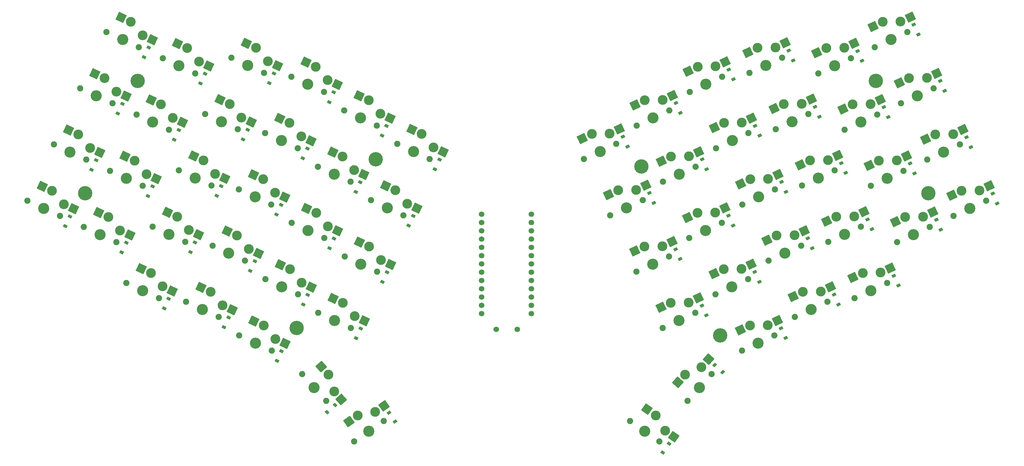
<source format=gbs>
%TF.GenerationSoftware,KiCad,Pcbnew,8.0.7*%
%TF.CreationDate,2024-12-23T04:44:47-05:00*%
%TF.ProjectId,mx,6d782e6b-6963-4616-945f-706362585858,v1.0.0*%
%TF.SameCoordinates,Original*%
%TF.FileFunction,Soldermask,Bot*%
%TF.FilePolarity,Negative*%
%FSLAX46Y46*%
G04 Gerber Fmt 4.6, Leading zero omitted, Abs format (unit mm)*
G04 Created by KiCad (PCBNEW 8.0.7) date 2024-12-23 04:44:47*
%MOMM*%
%LPD*%
G01*
G04 APERTURE LIST*
G04 Aperture macros list*
%AMRotRect*
0 Rectangle, with rotation*
0 The origin of the aperture is its center*
0 $1 length*
0 $2 width*
0 $3 Rotation angle, in degrees counterclockwise*
0 Add horizontal line*
21,1,$1,$2,0,0,$3*%
G04 Aperture macros list end*
%ADD10C,0.700000*%
%ADD11C,4.400000*%
%ADD12C,1.700000*%
%ADD13RotRect,0.900000X1.200000X65.000000*%
%ADD14C,1.900000*%
%ADD15C,3.000000*%
%ADD16C,3.400000*%
%ADD17RotRect,2.600000X2.600000X25.000000*%
%ADD18RotRect,0.900000X1.200000X115.000000*%
%ADD19RotRect,2.600000X2.600000X335.000000*%
%ADD20RotRect,0.900000X1.200000X55.000000*%
%ADD21RotRect,0.900000X1.200000X125.000000*%
%ADD22RotRect,2.600000X2.600000X48.000000*%
%ADD23RotRect,0.900000X1.200000X42.000000*%
%ADD24RotRect,2.600000X2.600000X312.000000*%
%ADD25RotRect,2.600000X2.600000X35.000000*%
%ADD26RotRect,2.600000X2.600000X325.000000*%
%ADD27RotRect,0.900000X1.200000X138.000000*%
G04 APERTURE END LIST*
D10*
X96022972Y-90226875D03*
X95967885Y-91488529D03*
X96954047Y-89373701D03*
X96821059Y-92419604D03*
D11*
X97518380Y-90924196D03*
D10*
X98215701Y-89428788D03*
X98082713Y-92474691D03*
X99068875Y-90359863D03*
X99013788Y-91621517D03*
X250296683Y-117934030D03*
X250241596Y-116672377D03*
X251227759Y-118787204D03*
X251094770Y-115741301D03*
D11*
X251792091Y-117236709D03*
D10*
X252489412Y-118732117D03*
X252356423Y-115686214D03*
X253342586Y-117801041D03*
X253287499Y-116539388D03*
D12*
X218049070Y-131824890D03*
X218049070Y-134364887D03*
X218049071Y-136904891D03*
X218049070Y-139444889D03*
X218049070Y-141984887D03*
X218049071Y-144524889D03*
X218049070Y-147064888D03*
X218049069Y-149604889D03*
X218049070Y-152144891D03*
X218049070Y-154684889D03*
X218049071Y-157224888D03*
X218049070Y-159764891D03*
X218049069Y-162304889D03*
X202809070Y-162304888D03*
X202809070Y-159764891D03*
X202809069Y-157224887D03*
X202809070Y-154684889D03*
X202809070Y-152144891D03*
X202809069Y-149604889D03*
X202809070Y-147064890D03*
X202809071Y-144524889D03*
X202809070Y-141984887D03*
X202809070Y-139444889D03*
X202809069Y-136904890D03*
X202809070Y-134364887D03*
X202809071Y-131824889D03*
D10*
X338206112Y-126151843D03*
X338151025Y-124890190D03*
X339137188Y-127005017D03*
X339004199Y-123959114D03*
D11*
X339701520Y-125454522D03*
D10*
X340398841Y-126949930D03*
X340265852Y-123904027D03*
X341252015Y-126018854D03*
X341196928Y-124757201D03*
X274449323Y-169729518D03*
X274394236Y-168467865D03*
X275380399Y-170582692D03*
X275247410Y-167536789D03*
D11*
X275944731Y-169032197D03*
D10*
X276642052Y-170527605D03*
X276509063Y-167481702D03*
X277495226Y-169596529D03*
X277440139Y-168334876D03*
D12*
X207309072Y-167159890D03*
X213809072Y-167159894D03*
D10*
X144734551Y-166069106D03*
X144679464Y-167330760D03*
X145665626Y-165215932D03*
X145532638Y-168261835D03*
D11*
X146229959Y-166766427D03*
D10*
X146927280Y-165271019D03*
X146794292Y-168316922D03*
X147780454Y-166202094D03*
X147725367Y-167463748D03*
X322104360Y-91621517D03*
X322049273Y-90359864D03*
X323035436Y-92474691D03*
X322902447Y-89428788D03*
D11*
X323599768Y-90924196D03*
D10*
X324297089Y-92419604D03*
X324164100Y-89373701D03*
X325150263Y-91488528D03*
X325095176Y-90226875D03*
X79921216Y-124757204D03*
X79866129Y-126018858D03*
X80852291Y-123904030D03*
X80719303Y-126949933D03*
D11*
X81416624Y-125454525D03*
D10*
X82113945Y-123959117D03*
X81980957Y-127005020D03*
X82967119Y-124890192D03*
X82912032Y-126151846D03*
X168887188Y-114273616D03*
X168832101Y-115535270D03*
X169818263Y-113420442D03*
X169685275Y-116466345D03*
D11*
X170382596Y-114970937D03*
D10*
X171079917Y-113475529D03*
X170946929Y-116521432D03*
X171933091Y-114406604D03*
X171878004Y-115668258D03*
D13*
X172366520Y-107758646D03*
X173761162Y-104767830D03*
D14*
X242200257Y-132219129D03*
D15*
X244670373Y-124502199D03*
D16*
X247184952Y-129894730D03*
D15*
X250131672Y-124382984D03*
D14*
X252169647Y-127570331D03*
D17*
X241702214Y-125886275D03*
X253099832Y-122998910D03*
D14*
X305957048Y-88641452D03*
D15*
X308427164Y-80924522D03*
D16*
X310941743Y-86317053D03*
D15*
X313888463Y-80805307D03*
D14*
X315926438Y-83992654D03*
D17*
X305459005Y-82308598D03*
X316856623Y-79421233D03*
D13*
X113683559Y-143452377D03*
X115078201Y-140461561D03*
D18*
X288010512Y-107712829D03*
X286615870Y-104722013D03*
D14*
X136531264Y-106937027D03*
D15*
X144030535Y-103868899D03*
D16*
X141515956Y-109261430D03*
D15*
X147632313Y-107975865D03*
D14*
X146500648Y-111585833D03*
D19*
X141062377Y-102484824D03*
X150600471Y-109359942D03*
D18*
X344666116Y-93982733D03*
X343271474Y-90991917D03*
D13*
X188575140Y-118075294D03*
X189969782Y-115084478D03*
X123954393Y-166502648D03*
X125349035Y-163511832D03*
D14*
X323222215Y-80590574D03*
D15*
X325692331Y-72873644D03*
D16*
X328206910Y-78266175D03*
D15*
X331153630Y-72754429D03*
D14*
X333191605Y-75941776D03*
D17*
X322724172Y-74257720D03*
X334121790Y-71370355D03*
D14*
X274510628Y-156432806D03*
D15*
X276980744Y-148715876D03*
D16*
X279495323Y-154108407D03*
D15*
X282442043Y-148596661D03*
D14*
X284480018Y-151784008D03*
D17*
X274012585Y-150099952D03*
X285410203Y-147212587D03*
D18*
X255593273Y-128346121D03*
X254198631Y-125355305D03*
X314383100Y-119192883D03*
X312988458Y-116202067D03*
D14*
X282668365Y-128850993D03*
D15*
X285138481Y-121134063D03*
D16*
X287653060Y-126526594D03*
D15*
X290599780Y-121014848D03*
D14*
X292637755Y-124202195D03*
D17*
X282170322Y-122518139D03*
X293567940Y-119630774D03*
D14*
X110158681Y-118417082D03*
D15*
X117657952Y-115348954D03*
D16*
X115143373Y-120741485D03*
D15*
X121259730Y-119455920D03*
D14*
X120128065Y-123065888D03*
D19*
X114689794Y-113964879D03*
X124227888Y-120839997D03*
D13*
X105632682Y-160717542D03*
X107027324Y-157726726D03*
X108716588Y-109027947D03*
X110111230Y-106037131D03*
D14*
X290719247Y-146116158D03*
D15*
X293189363Y-138399228D03*
D16*
X295703942Y-143791759D03*
D15*
X298650662Y-138280013D03*
D14*
X300688637Y-141467360D03*
D17*
X290221204Y-139783304D03*
X301618822Y-136895939D03*
D20*
X258328267Y-204917500D03*
X260221069Y-202214296D03*
D14*
X97140828Y-101257816D03*
D15*
X104640099Y-98189688D03*
D16*
X102125520Y-103582219D03*
D15*
X108241877Y-102296654D03*
D14*
X107110212Y-105906622D03*
D19*
X101671941Y-96805613D03*
X111210035Y-103680731D03*
D18*
X287903652Y-152559803D03*
X286509010Y-149568987D03*
D13*
X172473378Y-152605624D03*
X173868020Y-149614808D03*
X156157903Y-97441999D03*
X157552545Y-94451183D03*
X140163011Y-176819299D03*
X141557653Y-173828483D03*
X180524261Y-135340458D03*
X181918903Y-132349642D03*
D14*
X144582145Y-89671866D03*
D15*
X152081416Y-86603738D03*
D16*
X149566837Y-91996269D03*
D15*
X155683194Y-90710704D03*
D14*
X154551529Y-94320672D03*
D19*
X149113258Y-85219663D03*
X158651352Y-92094781D03*
D14*
X128587252Y-169049165D03*
D15*
X136086523Y-165981037D03*
D16*
X133571944Y-171373568D03*
D15*
X139688301Y-170088003D03*
D14*
X138556636Y-173697971D03*
D19*
X133118365Y-164596962D03*
X142656459Y-171472080D03*
D18*
X322433980Y-136458048D03*
X321039338Y-133467232D03*
D14*
X71824786Y-110472095D03*
D15*
X79324057Y-107403967D03*
D16*
X76809478Y-112796498D03*
D15*
X82925835Y-111510933D03*
D14*
X81794170Y-115120901D03*
D19*
X76355899Y-106019892D03*
X85893993Y-112895010D03*
D14*
X250357997Y-104637319D03*
D15*
X252828113Y-96920389D03*
D16*
X255342692Y-102312920D03*
D15*
X258289412Y-96801174D03*
D14*
X260327387Y-99988521D03*
D17*
X249859954Y-98304465D03*
X261257572Y-95417100D03*
D18*
X279852768Y-135294636D03*
X278458126Y-132303820D03*
X360767863Y-128513062D03*
X359373221Y-125522246D03*
X295954526Y-169824965D03*
X294559884Y-166834149D03*
D21*
X176346840Y-195424812D03*
X174454038Y-192721608D03*
D14*
X274617487Y-111585829D03*
D15*
X277087603Y-103868899D03*
D16*
X279602182Y-109261430D03*
D15*
X282548902Y-103749684D03*
D14*
X284586877Y-106937031D03*
D17*
X274119444Y-105252975D03*
X285517062Y-102365610D03*
D18*
X263644154Y-145611287D03*
X262249512Y-142620471D03*
X312163148Y-159508319D03*
X310768506Y-156517503D03*
D13*
X99502301Y-83711902D03*
X100896943Y-80721086D03*
D14*
X118209559Y-101151920D03*
D15*
X125708830Y-98083792D03*
D16*
X123194251Y-103476323D03*
D15*
X129310608Y-102190758D03*
D14*
X128178943Y-105800726D03*
D19*
X122740672Y-96699717D03*
X132278766Y-103574835D03*
D13*
X137836191Y-91656883D03*
X139230833Y-88666067D03*
X83400548Y-118242232D03*
X84795190Y-115251416D03*
D18*
X296061387Y-124977990D03*
X294666745Y-121987174D03*
D13*
X75349670Y-135507394D03*
X76744312Y-132516578D03*
D18*
X271801895Y-118029476D03*
X270407253Y-115038660D03*
D13*
X140056146Y-131972324D03*
X141450788Y-128981508D03*
D14*
X258302013Y-166749453D03*
D15*
X260772129Y-159032523D03*
D16*
X263286708Y-164425054D03*
D15*
X266233428Y-158913308D03*
D14*
X268271403Y-162100655D03*
D17*
X257803970Y-160416599D03*
X269201588Y-157529234D03*
D14*
X87926542Y-75941772D03*
D15*
X95425813Y-72873644D03*
D16*
X92911234Y-78266175D03*
D15*
X99027591Y-76980610D03*
D14*
X97895926Y-80590578D03*
D19*
X92457655Y-71489569D03*
X101995749Y-78364687D03*
D14*
X300990076Y-123065887D03*
D15*
X303460192Y-115348957D03*
D16*
X305974771Y-120741488D03*
D15*
X308921491Y-115229742D03*
D14*
X310959466Y-118417089D03*
D17*
X300492033Y-116733033D03*
X311889651Y-113845668D03*
D18*
X304112266Y-142243154D03*
X302717624Y-139252338D03*
D14*
X152846749Y-162100650D03*
D15*
X160346020Y-159032522D03*
D16*
X157831441Y-164425053D03*
D15*
X163947798Y-163139488D03*
D14*
X162816133Y-166749456D03*
D19*
X157377862Y-157648447D03*
X166915956Y-164523565D03*
D14*
X266459749Y-139167639D03*
D15*
X268929865Y-131450709D03*
D16*
X271444444Y-136843240D03*
D15*
X274391164Y-131331494D03*
D14*
X276429139Y-134518841D03*
D17*
X265961706Y-132834785D03*
X277359324Y-129947420D03*
D13*
X129785317Y-108922052D03*
X131179959Y-105931236D03*
D14*
X160897619Y-144835489D03*
D15*
X168396890Y-141767361D03*
D16*
X165882311Y-147159892D03*
D15*
X171998668Y-145874327D03*
D14*
X170867003Y-149484295D03*
D19*
X165428732Y-140383286D03*
X174966826Y-147258404D03*
D18*
X343502708Y-136563937D03*
X342108066Y-133573121D03*
D14*
X265889333Y-189084561D03*
D15*
X265147835Y-181015936D03*
D16*
X269569550Y-184997263D03*
D15*
X270128410Y-178772298D03*
D14*
X273249767Y-180909965D03*
D22*
X262956433Y-183449736D03*
X272319813Y-176338502D03*
D13*
X121734438Y-126187218D03*
X123129080Y-123196402D03*
D14*
X292939199Y-105800723D03*
D15*
X295409315Y-98083793D03*
D16*
X297923894Y-103476324D03*
D15*
X300870614Y-97964578D03*
D14*
X302908589Y-101151925D03*
D17*
X292441156Y-99467869D03*
X303838774Y-96580504D03*
D14*
X89089951Y-118522977D03*
D15*
X96589222Y-115454849D03*
D16*
X94074643Y-120847380D03*
D15*
X100191000Y-119561815D03*
D14*
X99059335Y-123171783D03*
D19*
X93621064Y-114070774D03*
X103159158Y-120945892D03*
D13*
X116767467Y-91762779D03*
X118162109Y-88771963D03*
D14*
X126260434Y-83886758D03*
D15*
X133759705Y-80818630D03*
D16*
X131245126Y-86211161D03*
D15*
X137361483Y-84925596D03*
D14*
X136229818Y-88535564D03*
D19*
X130791547Y-79434555D03*
X140329641Y-86309673D03*
D14*
X81039072Y-135788137D03*
D15*
X88538343Y-132720009D03*
D16*
X86023764Y-138112540D03*
D15*
X92140121Y-136826975D03*
D14*
X91008456Y-140436943D03*
D19*
X85570185Y-131335934D03*
X95108279Y-138211052D03*
D14*
X102107804Y-135682248D03*
D15*
X109607075Y-132614120D03*
D16*
X107092496Y-138006651D03*
D15*
X113208853Y-136721086D03*
D14*
X112077188Y-140331054D03*
D19*
X106638917Y-131230045D03*
X116177011Y-138105163D03*
D13*
X164422502Y-169870782D03*
X165817144Y-166879966D03*
D14*
X250251134Y-149484292D03*
D15*
X252721250Y-141767362D03*
D16*
X255235829Y-147159893D03*
D15*
X258182549Y-141648147D03*
D14*
X260220524Y-144835494D03*
D17*
X249753091Y-143151438D03*
X261150709Y-140264073D03*
D14*
X168948502Y-127570324D03*
D15*
X176447773Y-124502196D03*
D16*
X173933194Y-129894727D03*
D15*
X180049551Y-128609162D03*
D14*
X178917886Y-132219130D03*
D19*
X173479615Y-123118121D03*
X183017709Y-129993239D03*
D18*
X263751017Y-100764315D03*
X262356375Y-97773499D03*
X330484855Y-153723211D03*
X329090213Y-150732395D03*
X336615233Y-76717568D03*
X335220591Y-73726752D03*
D13*
X164315642Y-125023807D03*
X165710284Y-122032991D03*
D23*
X155487887Y-192585418D03*
X157940265Y-190377286D03*
D14*
X147868373Y-180909969D03*
D16*
X151548591Y-184997266D03*
D15*
X155970305Y-181015938D03*
X157681036Y-186203750D03*
D14*
X155228809Y-189084563D03*
D24*
X153778900Y-178582140D03*
X159872441Y-188637549D03*
D13*
X148107026Y-114707159D03*
X149501668Y-111716343D03*
D14*
X339323965Y-115120901D03*
D15*
X341794081Y-107403971D03*
D16*
X344308660Y-112796502D03*
D15*
X347255380Y-107284756D03*
D14*
X349293355Y-110472103D03*
D17*
X338825922Y-108788047D03*
X350223540Y-105900682D03*
D18*
X306332221Y-101927720D03*
X304937579Y-98936904D03*
D13*
X132005271Y-149237489D03*
X133399913Y-146246673D03*
D14*
X160790761Y-99988515D03*
D15*
X168290032Y-96920387D03*
D16*
X165775453Y-102312918D03*
D15*
X171891810Y-101027353D03*
D14*
X170760145Y-104637321D03*
D19*
X165321874Y-95536312D03*
X174859968Y-102411430D03*
D14*
X120429512Y-141467353D03*
D15*
X127928783Y-138399225D03*
D16*
X125414204Y-143791756D03*
D15*
X131530561Y-142506191D03*
D14*
X130398896Y-146116159D03*
D19*
X124960625Y-137015150D03*
X134498719Y-143890268D03*
D18*
X352716991Y-111247899D03*
X351322349Y-108257083D03*
D14*
X94056924Y-152947407D03*
D15*
X101556195Y-149879279D03*
D16*
X99041616Y-155271810D03*
D15*
X105157973Y-153986245D03*
D14*
X104026308Y-157596213D03*
D19*
X98588037Y-148495204D03*
X108126131Y-155370322D03*
D18*
X327400946Y-102033617D03*
X326006304Y-99042801D03*
X279959634Y-90447663D03*
X278564992Y-87456847D03*
D14*
X136638129Y-151784004D03*
D15*
X144137400Y-148715876D03*
D16*
X141622821Y-154108407D03*
D15*
X147739178Y-152822842D03*
D14*
X146607513Y-156432810D03*
D19*
X141169242Y-147331801D03*
X150707336Y-154206919D03*
D14*
X105191705Y-83992651D03*
D15*
X112690976Y-80924523D03*
D16*
X110176397Y-86317054D03*
D15*
X116292754Y-85031489D03*
D14*
X115161089Y-88641457D03*
D19*
X109722818Y-79540448D03*
X119260912Y-86415566D03*
D14*
X298770123Y-163381321D03*
D15*
X301240239Y-155664391D03*
D16*
X303754818Y-161056922D03*
D15*
X306701538Y-155545176D03*
D14*
X308739513Y-158732523D03*
D17*
X298272080Y-157048467D03*
X309669698Y-154161102D03*
D14*
X282561507Y-173697969D03*
D15*
X285031623Y-165981039D03*
D16*
X287546202Y-171373570D03*
D15*
X290492922Y-165861824D03*
D14*
X292530897Y-169049171D03*
D17*
X282063464Y-167365115D03*
X293461082Y-164477750D03*
D14*
X234149378Y-114953965D03*
D15*
X236619494Y-107237035D03*
D16*
X239134073Y-112629566D03*
D15*
X242080793Y-107117820D03*
D14*
X244118768Y-110305167D03*
D17*
X233651335Y-108621111D03*
X245048953Y-105733746D03*
D14*
X258408869Y-121902476D03*
D15*
X260878985Y-114185546D03*
D16*
X263393564Y-119578077D03*
D15*
X266340284Y-114066331D03*
D14*
X268378259Y-117253678D03*
D17*
X257910826Y-115569622D03*
X269308444Y-112682257D03*
D14*
X331273091Y-97855737D03*
D15*
X333743207Y-90138807D03*
D16*
X336257786Y-95531338D03*
D15*
X339204506Y-90019592D03*
D14*
X341242481Y-93206939D03*
D17*
X330775048Y-91522883D03*
X342172666Y-88635518D03*
D14*
X309040957Y-140331048D03*
D15*
X311511073Y-132614118D03*
D16*
X314025652Y-138006649D03*
D15*
X316972372Y-132494903D03*
D14*
X319010347Y-135682250D03*
D17*
X308542914Y-133998194D03*
X319940532Y-131110829D03*
D14*
X322058802Y-123171776D03*
D15*
X324528918Y-115454846D03*
D16*
X327043497Y-120847377D03*
D15*
X329990217Y-115335631D03*
D14*
X332028192Y-118522978D03*
D17*
X321560759Y-116838922D03*
X332958377Y-113951557D03*
D13*
X100665711Y-126293106D03*
X102060353Y-123302290D03*
D14*
X163829833Y-201564643D03*
D15*
X164922387Y-193536019D03*
D16*
X168335168Y-198409974D03*
D15*
X170280017Y-192470272D03*
D14*
X172840503Y-195255305D03*
D25*
X162239668Y-195414481D03*
X172962743Y-190591807D03*
D14*
X128480386Y-124202191D03*
D15*
X135979657Y-121134063D03*
D16*
X133465078Y-126526594D03*
D15*
X139581435Y-125241029D03*
D14*
X138449770Y-128850997D03*
D19*
X133011499Y-119749988D03*
X142549593Y-126625106D03*
D13*
X148213884Y-159554132D03*
X149608526Y-156563316D03*
D18*
X319350072Y-84768450D03*
X317955430Y-81777634D03*
D14*
X176999381Y-110305158D03*
D15*
X184498652Y-107237030D03*
D16*
X181984073Y-112629561D03*
D15*
X188100430Y-111343996D03*
D14*
X186968765Y-114953964D03*
D19*
X181530494Y-105852955D03*
X191068588Y-112728073D03*
D18*
X298281341Y-84662555D03*
X296886699Y-81671739D03*
X335451828Y-119298776D03*
X334057186Y-116307960D03*
D13*
X156264767Y-142288968D03*
X157659409Y-139298152D03*
D14*
X314007926Y-105906614D03*
D15*
X316478042Y-98189684D03*
D16*
X318992621Y-103582215D03*
D15*
X321939341Y-98070469D03*
D14*
X323977316Y-101257816D03*
D17*
X313509883Y-99573760D03*
X324907501Y-96686395D03*
D18*
X247542397Y-111080961D03*
X246147755Y-108090145D03*
D13*
X92614838Y-143558272D03*
X94009480Y-140567456D03*
D14*
X330109684Y-140436942D03*
D15*
X332579800Y-132720012D03*
D16*
X335094379Y-138112543D03*
D15*
X338041099Y-132600797D03*
D14*
X340079074Y-135788144D03*
D17*
X329611641Y-134104088D03*
X341009259Y-131216723D03*
D14*
X248277638Y-195255307D03*
D16*
X252782974Y-198409976D03*
D15*
X256195755Y-193536021D03*
X259029647Y-198206039D03*
D14*
X257288310Y-201564645D03*
D26*
X253513031Y-191657557D03*
X261712367Y-200084501D03*
D14*
X144689009Y-134518836D03*
D15*
X152188280Y-131450708D03*
D16*
X149673701Y-136843239D03*
D15*
X155790058Y-135557674D03*
D14*
X154658393Y-139167642D03*
D19*
X149220122Y-130066633D03*
X158758216Y-136941751D03*
D14*
X63773909Y-127737265D03*
D15*
X71273180Y-124669137D03*
D16*
X68758601Y-130061668D03*
D15*
X74874958Y-128776103D03*
D14*
X73743293Y-132386071D03*
D19*
X68305022Y-123285062D03*
X77843116Y-130160180D03*
D14*
X152739882Y-117253672D03*
D15*
X160239153Y-114185544D03*
D16*
X157724574Y-119578075D03*
D15*
X163840931Y-118292510D03*
D14*
X162709266Y-121902478D03*
D19*
X157270995Y-112801469D03*
X166809089Y-119676587D03*
D27*
X276704370Y-180286372D03*
X274251990Y-178078238D03*
D14*
X284888321Y-88535559D03*
D15*
X287358437Y-80818629D03*
D16*
X289873016Y-86211160D03*
D15*
X292819736Y-80699414D03*
D14*
X294857711Y-83886761D03*
D17*
X284390278Y-82202705D03*
X295787896Y-79315340D03*
D14*
X112378631Y-158732521D03*
D15*
X119877902Y-155664393D03*
D16*
X117363323Y-161056924D03*
D15*
X123479680Y-159771359D03*
D14*
X122348015Y-163381327D03*
D19*
X116909744Y-154280318D03*
X126447838Y-161155436D03*
D14*
X347374843Y-132386063D03*
D15*
X349844959Y-124669133D03*
D16*
X352359538Y-130061664D03*
D15*
X355306258Y-124549918D03*
D14*
X357344233Y-127737265D03*
D17*
X346876800Y-126053209D03*
X358274418Y-123165844D03*
D18*
X271695036Y-162876452D03*
X270300394Y-159885636D03*
D14*
X79875667Y-93206935D03*
D15*
X87374938Y-90138807D03*
D16*
X84860359Y-95531338D03*
D15*
X90976716Y-94245773D03*
D14*
X89845051Y-97855741D03*
D19*
X84406780Y-88754732D03*
X93944874Y-95629850D03*
D14*
X317091834Y-157596212D03*
D15*
X319561950Y-149879282D03*
D16*
X322076529Y-155271813D03*
D15*
X325023249Y-149760067D03*
D14*
X327061224Y-152947414D03*
D17*
X316593791Y-151263358D03*
X327991409Y-148375993D03*
D13*
X91451424Y-100977066D03*
X92846066Y-97986250D03*
D14*
X266566607Y-94320670D03*
D15*
X269036723Y-86603740D03*
D16*
X271551302Y-91996271D03*
D15*
X274498022Y-86484525D03*
D14*
X276535997Y-89671872D03*
D17*
X266068564Y-87987816D03*
X277466182Y-85100451D03*
M02*

</source>
